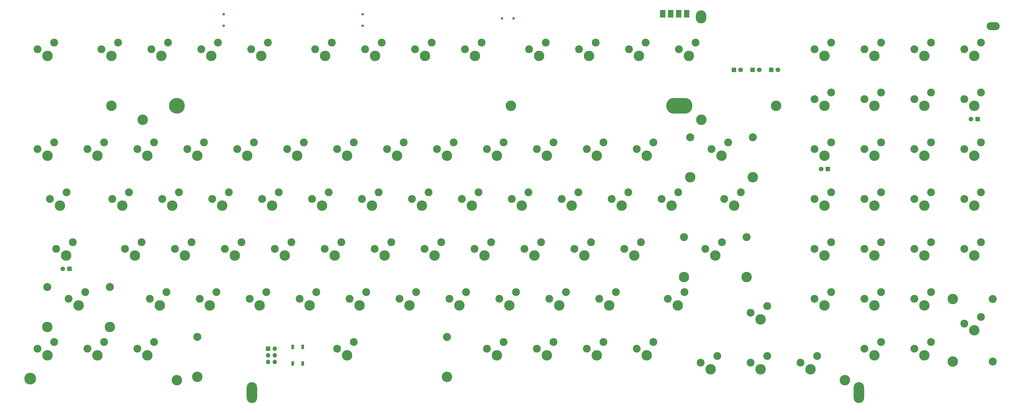
<source format=gbr>
G04 #@! TF.GenerationSoftware,KiCad,Pcbnew,(5.99.0-7511-ga134567838)*
G04 #@! TF.CreationDate,2020-12-30T19:04:14-08:00*
G04 #@! TF.ProjectId,gh80-1800,67683830-2d31-4383-9030-2e6b69636164,rev?*
G04 #@! TF.SameCoordinates,Original*
G04 #@! TF.FileFunction,Soldermask,Top*
G04 #@! TF.FilePolarity,Negative*
%FSLAX46Y46*%
G04 Gerber Fmt 4.6, Leading zero omitted, Abs format (unit mm)*
G04 Created by KiCad (PCBNEW (5.99.0-7511-ga134567838)) date 2020-12-30 19:04:14*
%MOMM*%
%LPD*%
G01*
G04 APERTURE LIST*
%ADD10C,3.000000*%
%ADD11C,3.987800*%
%ADD12R,1.000000X1.700000*%
%ADD13R,1.800000X1.800000*%
%ADD14C,1.800000*%
%ADD15O,10.000000X6.000000*%
%ADD16C,6.000000*%
%ADD17O,5.000000X3.000000*%
%ADD18C,4.000000*%
%ADD19C,4.500000*%
%ADD20O,4.000000X8.000000*%
%ADD21R,1.700000X1.700000*%
%ADD22O,1.700000X1.700000*%
%ADD23C,3.048000*%
%ADD24R,2.000000X3.000000*%
%ADD25R,1.778000X1.778000*%
%ADD26C,1.778000*%
%ADD27C,1.000000*%
%ADD28O,4.000000X5.000000*%
G04 APERTURE END LIST*
D10*
X10477512Y-64135056D03*
X16827512Y-61595056D03*
D11*
X14287512Y-66675056D03*
X363140930Y-47625040D03*
D10*
X359330930Y-45085040D03*
X365680930Y-42545040D03*
D11*
X28575024Y-47625040D03*
D10*
X24765024Y-45085040D03*
X31115024Y-42545040D03*
X69215056Y-42545040D03*
D11*
X66675056Y-47625040D03*
D10*
X62865056Y-45085040D03*
X100965088Y-45085040D03*
D11*
X104775088Y-47625040D03*
D10*
X107315088Y-42545040D03*
X139065120Y-45085040D03*
D11*
X142875120Y-47625040D03*
D10*
X145415120Y-42545040D03*
D11*
X180975152Y-47625040D03*
D10*
X183515152Y-42545040D03*
X177165152Y-45085040D03*
D11*
X219075184Y-47625040D03*
D10*
X215265184Y-45085040D03*
X221615184Y-42545040D03*
X240665200Y-42545040D03*
X234315200Y-45085040D03*
D11*
X238125200Y-47625040D03*
D10*
X302180882Y-64135056D03*
X308530882Y-61595056D03*
D11*
X305990882Y-66675056D03*
D10*
X321230898Y-64135056D03*
X327580898Y-61595056D03*
D11*
X325040898Y-66675056D03*
D10*
X346630914Y-61595056D03*
X340280914Y-64135056D03*
D11*
X344090914Y-66675056D03*
D10*
X365680930Y-61595056D03*
X359330930Y-64135056D03*
D11*
X363140930Y-66675056D03*
D10*
X346630914Y-42545040D03*
X340280914Y-45085040D03*
D11*
X344090914Y-47625040D03*
D10*
X59690048Y-61595056D03*
X53340048Y-64135056D03*
D11*
X57150048Y-66675056D03*
X95250080Y-66675056D03*
D10*
X91440080Y-64135056D03*
X97790080Y-61595056D03*
X135890112Y-61595056D03*
X129540112Y-64135056D03*
D11*
X133350112Y-66675056D03*
D10*
X167640144Y-64135056D03*
X173990144Y-61595056D03*
D11*
X171450144Y-66675056D03*
X209550176Y-66675056D03*
D10*
X212090176Y-61595056D03*
X205740176Y-64135056D03*
X243840208Y-64135056D03*
D11*
X247650208Y-66675056D03*
D10*
X250190208Y-61595056D03*
D11*
X305990882Y-85725072D03*
D10*
X308530882Y-80645072D03*
X302180882Y-83185072D03*
X321230898Y-83185072D03*
X327580898Y-80645072D03*
D11*
X325040898Y-85725072D03*
D10*
X340280914Y-83185072D03*
D11*
X344090914Y-85725072D03*
D10*
X346630914Y-80645072D03*
X359330930Y-83185072D03*
X365680930Y-80645072D03*
D11*
X363140930Y-85725072D03*
X38100032Y-66675056D03*
D10*
X34290032Y-64135056D03*
X40640032Y-61595056D03*
D11*
X76200064Y-66675056D03*
D10*
X78740064Y-61595056D03*
X72390064Y-64135056D03*
D11*
X235148635Y-9525008D03*
D10*
X237688635Y-4445008D03*
X231338635Y-6985008D03*
D11*
X172640770Y-9525008D03*
D10*
X168830770Y-6985008D03*
X175180770Y-4445008D03*
X218638619Y-4445008D03*
X212288619Y-6985008D03*
D11*
X216098619Y-9525008D03*
D10*
X250388651Y-6985008D03*
X256738651Y-4445008D03*
D11*
X254198651Y-9525008D03*
D10*
X302180882Y-6985008D03*
X308530882Y-4445008D03*
D11*
X305990882Y-9525008D03*
D10*
X327580898Y-4445008D03*
X321230898Y-6985008D03*
D11*
X325040898Y-9525008D03*
D10*
X346630914Y-4445008D03*
X340280914Y-6985008D03*
D11*
X344090914Y-9525008D03*
D10*
X365680930Y-4445008D03*
D11*
X363140930Y-9525008D03*
D10*
X359330930Y-6985008D03*
D11*
X33932841Y-9525008D03*
D10*
X36472841Y-4445008D03*
X30122841Y-6985008D03*
X68222873Y-6985008D03*
X74572873Y-4445008D03*
D11*
X72032873Y-9525008D03*
X115490722Y-9525008D03*
D10*
X111680722Y-6985008D03*
X118030722Y-4445008D03*
D11*
X153590754Y-9525008D03*
D10*
X156130754Y-4445008D03*
X149780754Y-6985008D03*
D11*
X197048603Y-9525008D03*
D10*
X193238603Y-6985008D03*
X199588603Y-4445008D03*
X110490096Y-64135056D03*
X116840096Y-61595056D03*
D11*
X114300096Y-66675056D03*
X305990882Y-28575024D03*
D10*
X302180882Y-26035024D03*
X308530882Y-23495024D03*
X321230898Y-26035024D03*
X327580898Y-23495024D03*
D11*
X325040898Y-28575024D03*
D10*
X346630914Y-23495024D03*
D11*
X344090914Y-28575024D03*
D10*
X340280914Y-26035024D03*
X359330930Y-26035024D03*
X365680930Y-23495024D03*
D11*
X363140930Y-28575024D03*
D10*
X12065008Y-42545040D03*
X5715008Y-45085040D03*
D11*
X9525008Y-47625040D03*
X47625040Y-47625040D03*
D10*
X43815040Y-45085040D03*
X50165040Y-42545040D03*
X88265072Y-42545040D03*
X81915072Y-45085040D03*
D11*
X85725072Y-47625040D03*
X123825104Y-47625040D03*
D10*
X126365104Y-42545040D03*
X120015104Y-45085040D03*
D11*
X161925136Y-47625040D03*
D10*
X158115136Y-45085040D03*
X164465136Y-42545040D03*
X202565168Y-42545040D03*
D11*
X200025168Y-47625040D03*
D10*
X196215168Y-45085040D03*
X308530882Y-42545040D03*
X302180882Y-45085040D03*
D11*
X305990882Y-47625040D03*
X325040898Y-47625040D03*
D10*
X327580898Y-42545040D03*
X321230898Y-45085040D03*
X105727592Y-102235088D03*
D11*
X109537592Y-104775088D03*
D10*
X112077592Y-99695088D03*
X50165040Y-118745104D03*
X43815040Y-121285104D03*
D11*
X47625040Y-123825104D03*
X219075184Y-123825104D03*
D10*
X221615184Y-118745104D03*
X215265184Y-121285104D03*
X54927544Y-99695088D03*
D11*
X52387544Y-104775088D03*
D10*
X48577544Y-102235088D03*
D11*
X90487576Y-104775088D03*
D10*
X93027576Y-99695088D03*
X86677576Y-102235088D03*
X131127608Y-99695088D03*
D11*
X128587608Y-104775088D03*
D10*
X124777608Y-102235088D03*
D11*
X166687640Y-104775088D03*
D10*
X162877640Y-102235088D03*
X169227640Y-99695088D03*
D11*
X204787672Y-104775088D03*
D10*
X207327672Y-99695088D03*
X200977672Y-102235088D03*
X252571460Y-99695088D03*
X246221460Y-102235088D03*
D11*
X250031460Y-104775088D03*
D10*
X31115024Y-118745104D03*
X24765024Y-121285104D03*
D11*
X28575024Y-123825104D03*
D10*
X196215168Y-121285104D03*
X202565168Y-118745104D03*
D11*
X200025168Y-123825104D03*
D10*
X234315200Y-121285104D03*
D11*
X238125200Y-123825104D03*
D10*
X240665200Y-118745104D03*
X73977560Y-99695088D03*
X67627560Y-102235088D03*
D11*
X71437560Y-104775088D03*
D10*
X177165152Y-121285104D03*
X183515152Y-118745104D03*
D11*
X180975152Y-123825104D03*
D10*
X143827624Y-102235088D03*
D11*
X147637624Y-104775088D03*
D10*
X150177624Y-99695088D03*
X181927656Y-102235088D03*
X188277656Y-99695088D03*
D11*
X185737656Y-104775088D03*
D10*
X220027688Y-102235088D03*
D11*
X223837688Y-104775088D03*
D10*
X226377688Y-99695088D03*
X284123049Y-105052905D03*
X277773049Y-107592905D03*
D11*
X281583049Y-110132905D03*
D10*
X258723033Y-126642921D03*
X265073033Y-124102921D03*
D11*
X262533033Y-129182921D03*
D10*
X277773049Y-126642921D03*
X284123049Y-124102921D03*
D11*
X281583049Y-129182921D03*
D10*
X296823065Y-126642921D03*
X303173065Y-124102921D03*
D11*
X300633065Y-129182921D03*
D10*
X137080738Y-4445008D03*
X130730738Y-6985008D03*
D11*
X134540738Y-9525008D03*
D10*
X93622889Y-4445008D03*
X87272889Y-6985008D03*
D11*
X91082889Y-9525008D03*
X52982857Y-9525008D03*
D10*
X49172857Y-6985008D03*
X55522857Y-4445008D03*
D11*
X9525008Y-9525008D03*
D10*
X5715008Y-6985008D03*
X12065008Y-4445008D03*
D11*
X152400128Y-66675056D03*
D10*
X154940128Y-61595056D03*
X148590128Y-64135056D03*
X193040160Y-61595056D03*
X186690160Y-64135056D03*
D11*
X190500160Y-66675056D03*
X228600192Y-66675056D03*
D10*
X224790192Y-64135056D03*
X231140192Y-61595056D03*
D11*
X271462728Y-66675056D03*
D10*
X274002728Y-61595056D03*
X267652728Y-64135056D03*
D11*
X305990882Y-104775088D03*
D10*
X302180882Y-102235088D03*
X308530882Y-99695088D03*
X327580898Y-99695088D03*
D11*
X325040898Y-104775088D03*
D10*
X321230898Y-102235088D03*
D11*
X344090914Y-104775088D03*
D10*
X340280914Y-102235088D03*
X346630914Y-99695088D03*
D11*
X16668764Y-85725072D03*
D10*
X19208764Y-80645072D03*
X12858764Y-83185072D03*
X64452552Y-80645072D03*
X58102552Y-83185072D03*
D11*
X61912552Y-85725072D03*
X100012584Y-85725072D03*
D10*
X102552584Y-80645072D03*
X96202584Y-83185072D03*
X140652616Y-80645072D03*
D11*
X138112616Y-85725072D03*
D10*
X134302616Y-83185072D03*
X172402648Y-83185072D03*
X178752648Y-80645072D03*
D11*
X176212648Y-85725072D03*
D10*
X216852680Y-80645072D03*
X210502680Y-83185072D03*
D11*
X214312680Y-85725072D03*
D10*
X5715008Y-121285104D03*
X12065008Y-118745104D03*
D11*
X9525008Y-123825104D03*
D10*
X321230898Y-121285104D03*
D11*
X325040898Y-123825104D03*
D10*
X327580898Y-118745104D03*
D11*
X344090914Y-123825104D03*
D10*
X340280914Y-121285104D03*
X346630914Y-118745104D03*
X39052536Y-83185072D03*
D11*
X42862536Y-85725072D03*
D10*
X45402536Y-80645072D03*
X77152568Y-83185072D03*
D11*
X80962568Y-85725072D03*
D10*
X83502568Y-80645072D03*
X121602600Y-80645072D03*
D11*
X119062600Y-85725072D03*
D10*
X115252600Y-83185072D03*
X159702632Y-80645072D03*
X153352632Y-83185072D03*
D11*
X157162632Y-85725072D03*
D10*
X197802664Y-80645072D03*
D11*
X195262664Y-85725072D03*
D10*
X191452664Y-83185072D03*
D11*
X233362696Y-85725072D03*
D10*
X235902696Y-80645072D03*
X229552696Y-83185072D03*
D12*
X106900000Y-126975000D03*
X106900000Y-120675000D03*
X103100000Y-120675000D03*
X103100000Y-126975000D03*
D13*
X271383000Y-14882800D03*
D14*
X273923000Y-14882800D03*
D13*
X278527000Y-14882800D03*
D14*
X281067000Y-14882800D03*
D13*
X285671000Y-14882800D03*
D14*
X288211000Y-14882800D03*
D15*
X250626000Y-28575000D03*
D16*
X58936000Y-28575000D03*
D17*
X370284000Y1785900D03*
D18*
X33932800Y-28575000D03*
X45839100Y-33932800D03*
X258961000Y-33932800D03*
X287536000Y-28575000D03*
D19*
X2976500Y-132754000D03*
D18*
X58936000Y-133350000D03*
D20*
X87511000Y-138112000D03*
X319087000Y-138112000D03*
D18*
X313730000Y-133350000D03*
X186333000Y-28575000D03*
D21*
X93730000Y-121285000D03*
D22*
X96270000Y-121285000D03*
X93730000Y-123825000D03*
X96270000Y-123825000D03*
X93730000Y-126365000D03*
X96270000Y-126365000D03*
D10*
X262890224Y-45085040D03*
D11*
X278638224Y-55880040D03*
D23*
X254762224Y-40640040D03*
D11*
X254762224Y-55880040D03*
X266700224Y-47625040D03*
D10*
X269240224Y-42545040D03*
D23*
X278638224Y-40640040D03*
D10*
X359330930Y-111760096D03*
X365680930Y-109220096D03*
D11*
X363140930Y-114300096D03*
X354885930Y-126238096D03*
X354885930Y-102362096D03*
D23*
X370125930Y-126238096D03*
X370125930Y-102362096D03*
D10*
X260508972Y-83185072D03*
X266858972Y-80645072D03*
D11*
X264318972Y-85725072D03*
X252380972Y-93980072D03*
D23*
X276256972Y-78740072D03*
D11*
X276256972Y-93980072D03*
D23*
X252380972Y-78740072D03*
D10*
X17621268Y-102235088D03*
D11*
X21431268Y-104775088D03*
D10*
X23971268Y-99695088D03*
D11*
X33369268Y-113030088D03*
D23*
X33369268Y-97790088D03*
D11*
X9493268Y-113030088D03*
D23*
X9493268Y-97790088D03*
X161925096Y-116840104D03*
D11*
X123825096Y-123825104D03*
X66675096Y-132080104D03*
D10*
X120015096Y-121285104D03*
X126365096Y-118745104D03*
D23*
X66675096Y-116840104D03*
D11*
X161925096Y-132080104D03*
X123825096Y-123825104D03*
D24*
X253350314Y6548443D03*
X250302314Y6548443D03*
X247254314Y6548443D03*
X244206314Y6548443D03*
D25*
X307260882Y-52705040D03*
D26*
X304720882Y-52705040D03*
D25*
X364410930Y-33655024D03*
D26*
X361870930Y-33655024D03*
D25*
X17938764Y-90805072D03*
D26*
X15398764Y-90805072D03*
D27*
X187342000Y4762500D03*
X182942000Y4762500D03*
X129778000Y1967200D03*
X129778000Y6367200D03*
X76795300Y1967200D03*
X76795300Y6367200D03*
D28*
X258898635Y5357817D03*
M02*

</source>
